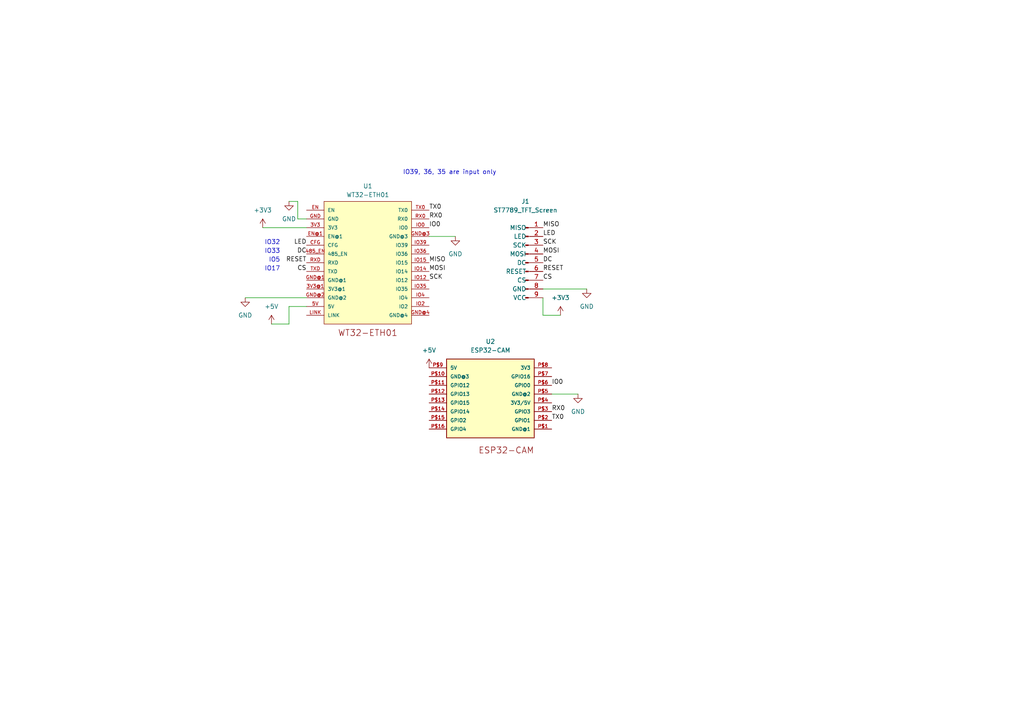
<source format=kicad_sch>
(kicad_sch (version 20230121) (generator eeschema)
  (paper "A4")
  (lib_symbols
    (symbol "ESP32-CAM:ESP32-CAM" (pin_names (offset 1.016))
      (property "Reference" "U" (at 0 7.62 0))
      (property "Value" "ESP32-CAM" (at 0 7.62 0))
      (symbol "ESP32-CAM_0_0"
        (rectangle (start 12.7 -5.08) (end -12.7 17.78) (stroke (width 0.254)) (fill (type background)))
        (text "ESP32-CAM" (at 12.7 -7.62 0) (effects (font (size 1.778 1.778)) (justify right top)))
        (pin bidirectional line (at 17.78 -2.54 180) (length 5.08) (name "GND@1") (number "P$1"))
        (pin bidirectional line (at -17.78 12.7 0) (length 5.08) (name "GND@3") (number "P$10"))
        (pin bidirectional line (at -17.78 10.16 0) (length 5.08) (name "GPIO12") (number "P$11"))
        (pin bidirectional line (at -17.78 7.62 0) (length 5.08) (name "GPIO13") (number "P$12"))
        (pin bidirectional line (at -17.78 5.08 0) (length 5.08) (name "GPIO15") (number "P$13"))
        (pin bidirectional line (at -17.78 2.54 0) (length 5.08) (name "GPIO14") (number "P$14"))
        (pin bidirectional line (at -17.78 0 0) (length 5.08) (name "GPIO2") (number "P$15"))
        (pin bidirectional line (at -17.78 -2.54 0) (length 5.08) (name "GPIO4") (number "P$16"))
        (pin bidirectional line (at 17.78 0 180) (length 5.08) (name "GPIO1") (number "P$2"))
        (pin bidirectional line (at 17.78 2.54 180) (length 5.08) (name "GPIO3") (number "P$3"))
        (pin bidirectional line (at 17.78 5.08 180) (length 5.08) (name "3V3/5V") (number "P$4"))
        (pin bidirectional line (at 17.78 7.62 180) (length 5.08) (name "GND@2") (number "P$5"))
        (pin bidirectional line (at 17.78 10.16 180) (length 5.08) (name "GPIO0") (number "P$6"))
        (pin bidirectional line (at 17.78 12.7 180) (length 5.08) (name "GPIO16") (number "P$7"))
        (pin bidirectional line (at 17.78 15.24 180) (length 5.08) (name "3V3") (number "P$8"))
        (pin bidirectional line (at -17.78 15.24 0) (length 5.08) (name "5V") (number "P$9"))
      )
    )
    (symbol "MiAM_ESP32:ST7789_TFT_Screen" (pin_names (offset 1.016))
      (property "Reference" "J" (at 0 12.7 0))
      (property "Value" "ST7789_TFT_Screen" (at 0 -12.7 0))
      (symbol "ST7789_TFT_Screen_1_1"
        (polyline (pts (xy 1.27 -10.16) (xy 0.8636 -10.16)) (stroke (width 0.1524)))
        (polyline (pts (xy 1.27 -7.62) (xy 0.8636 -7.62)) (stroke (width 0.1524)))
        (polyline (pts (xy 1.27 -5.08) (xy 0.8636 -5.08)) (stroke (width 0.1524)))
        (polyline (pts (xy 1.27 -2.54) (xy 0.8636 -2.54)) (stroke (width 0.1524)))
        (polyline (pts (xy 1.27 0) (xy 0.8636 0)) (stroke (width 0.1524)))
        (polyline (pts (xy 1.27 2.54) (xy 0.8636 2.54)) (stroke (width 0.1524)))
        (polyline (pts (xy 1.27 5.08) (xy 0.8636 5.08)) (stroke (width 0.1524)))
        (polyline (pts (xy 1.27 7.62) (xy 0.8636 7.62)) (stroke (width 0.1524)))
        (polyline (pts (xy 1.27 10.16) (xy 0.8636 10.16)) (stroke (width 0.1524)))
        (rectangle (start 0 10.287) (end 0.8636 10.033) (stroke (width 0.1524)) (fill (type outline)))
        (rectangle (start 0.8636 -10.033) (end 0 -10.287) (stroke (width 0.1524)) (fill (type outline)))
        (rectangle (start 0.8636 -7.493) (end 0 -7.747) (stroke (width 0.1524)) (fill (type outline)))
        (rectangle (start 0.8636 -4.953) (end 0 -5.207) (stroke (width 0.1524)) (fill (type outline)))
        (rectangle (start 0.8636 -2.413) (end 0 -2.667) (stroke (width 0.1524)) (fill (type outline)))
        (rectangle (start 0.8636 0.127) (end 0 -0.127) (stroke (width 0.1524)) (fill (type outline)))
        (rectangle (start 0.8636 2.667) (end 0 2.413) (stroke (width 0.1524)) (fill (type outline)))
        (rectangle (start 0.8636 5.207) (end 0 4.953) (stroke (width 0.1524)) (fill (type outline)))
        (rectangle (start 0.8636 7.747) (end 0 7.493) (stroke (width 0.1524)) (fill (type outline)))
        (pin passive line (at 5.08 10.16 180) (length 3.81) (name "MISO") (number "1"))
        (pin passive line (at 5.08 7.62 180) (length 3.81) (name "LED") (number "2"))
        (pin passive line (at 5.08 5.08 180) (length 3.81) (name "SCK") (number "3"))
        (pin passive line (at 5.08 2.54 180) (length 3.81) (name "MOSI") (number "4"))
        (pin passive line (at 5.08 0 180) (length 3.81) (name "DC") (number "5"))
        (pin passive line (at 5.08 -2.54 180) (length 3.81) (name "RESET") (number "6"))
        (pin passive line (at 5.08 -5.08 180) (length 3.81) (name "CS") (number "7"))
        (pin passive line (at 5.08 -7.62 180) (length 3.81) (name "GND") (number "8"))
        (pin passive line (at 5.08 -10.16 180) (length 3.81) (name "VCC") (number "9"))
      )
    )
    (symbol "WT32-ETH01:WT32-ETH01" (pin_names (offset 1.016))
      (property "Reference" "U" (at 0 0 0))
      (property "Value" "WT32-ETH01" (at 0 0 0))
      (symbol "WT32-ETH01_0_0"
        (rectangle (start -12.7 -17.78) (end 12.7 17.78) (stroke (width 0.1524)) (fill (type background)))
        (text "WT32-ETH01" (at 0 -20.32 0) (effects (font (size 1.778 1.778))))
        (pin bidirectional line (at -17.78 10.16 0) (length 5.08) (name "3V3") (number "3V3"))
        (pin bidirectional line (at -17.78 -7.62 0) (length 5.08) (name "3V3@1") (number "3V3@1"))
        (pin bidirectional line (at -17.78 2.54 0) (length 5.08) (name "485_EN") (number "485_EN"))
        (pin bidirectional line (at -17.78 -12.7 0) (length 5.08) (name "5V") (number "5V"))
        (pin bidirectional line (at -17.78 5.08 0) (length 5.08) (name "CFG") (number "CFG"))
        (pin bidirectional line (at -17.78 15.24 0) (length 5.08) (name "EN") (number "EN"))
        (pin bidirectional line (at -17.78 7.62 0) (length 5.08) (name "EN@1") (number "EN@1"))
        (pin bidirectional line (at -17.78 12.7 0) (length 5.08) (name "GND") (number "GND"))
        (pin bidirectional line (at -17.78 -5.08 0) (length 5.08) (name "GND@1") (number "GND@1"))
        (pin bidirectional line (at -17.78 -10.16 0) (length 5.08) (name "GND@2") (number "GND@2"))
        (pin bidirectional line (at 17.78 7.62 180) (length 5.08) (name "GND@3") (number "GND@3"))
        (pin bidirectional line (at 17.78 -15.24 180) (length 5.08) (name "GND@4") (number "GND@4"))
        (pin bidirectional line (at 17.78 10.16 180) (length 5.08) (name "IO0") (number "IO0"))
        (pin bidirectional line (at 17.78 -5.08 180) (length 5.08) (name "IO12") (number "IO12"))
        (pin bidirectional line (at 17.78 -2.54 180) (length 5.08) (name "IO14") (number "IO14"))
        (pin bidirectional line (at 17.78 0 180) (length 5.08) (name "IO15") (number "IO15"))
        (pin bidirectional line (at 17.78 -12.7 180) (length 5.08) (name "IO2") (number "IO2"))
        (pin bidirectional line (at 17.78 -7.62 180) (length 5.08) (name "IO35") (number "IO35"))
        (pin bidirectional line (at 17.78 2.54 180) (length 5.08) (name "IO36") (number "IO36"))
        (pin bidirectional line (at 17.78 5.08 180) (length 5.08) (name "IO39") (number "IO39"))
        (pin bidirectional line (at 17.78 -10.16 180) (length 5.08) (name "IO4") (number "IO4"))
        (pin bidirectional line (at -17.78 -15.24 0) (length 5.08) (name "LINK") (number "LINK"))
        (pin bidirectional line (at 17.78 12.7 180) (length 5.08) (name "RX0") (number "RX0"))
        (pin bidirectional line (at -17.78 0 0) (length 5.08) (name "RXD") (number "RXD"))
        (pin bidirectional line (at 17.78 15.24 180) (length 5.08) (name "TX0") (number "TX0"))
        (pin bidirectional line (at -17.78 -2.54 0) (length 5.08) (name "TXD") (number "TXD"))
      )
    )
    (symbol "power:+3V3" (power) (pin_names (offset 0))
      (property "Value" "+3V3" (at 0 3.556 0))
      (symbol "+3V3_0_1"
        (polyline (pts (xy -0.762 1.27) (xy 0 2.54)))
        (polyline (pts (xy 0 0) (xy 0 2.54)))
        (polyline (pts (xy 0 2.54) (xy 0.762 1.27)))
      )
      (symbol "+3V3_1_1"
        (pin power_in line (at 0 0 90) (length 0) hide (name "+3V3") (number "1"))
      )
    )
    (symbol "power:+5V" (power) (pin_names (offset 0))
      (property "Value" "+5V" (at 0 3.556 0))
      (symbol "+5V_0_1"
        (polyline (pts (xy -0.762 1.27) (xy 0 2.54)))
        (polyline (pts (xy 0 0) (xy 0 2.54)))
        (polyline (pts (xy 0 2.54) (xy 0.762 1.27)))
      )
      (symbol "+5V_1_1"
        (pin power_in line (at 0 0 90) (length 0) hide (name "+5V") (number "1"))
      )
    )
    (symbol "power:GND" (power) (pin_names (offset 0))
      (property "Value" "GND" (at 0 -3.81 0))
      (symbol "GND_0_1"
        (polyline (pts (xy 0 0) (xy 0 -1.27) (xy 1.27 -1.27) (xy 0 -2.54) (xy -1.27 -1.27) (xy 0 -1.27)))
      )
      (symbol "GND_1_1"
        (pin power_in line (at 0 0 270) (length 0) hide (name "GND") (number "1"))
      )
    )
  )
  (wire (pts (xy 88.9 88.9) (xy 83.82 88.9)))
  (wire (pts (xy 88.9 63.5) (xy 86.36 63.5)))
  (wire (pts (xy 71.12 86.36) (xy 88.9 86.36)))
  (wire (pts (xy 157.48 91.44) (xy 162.56 91.44)))
  (wire (pts (xy 83.82 88.9) (xy 83.82 93.98)))
  (wire (pts (xy 76.2 66.04) (xy 88.9 66.04)))
  (wire (pts (xy 86.36 63.5) (xy 86.36 58.42)))
  (wire (pts (xy 157.48 83.82) (xy 170.18 83.82)))
  (wire (pts (xy 83.82 93.98) (xy 78.74 93.98)))
  (wire (pts (xy 86.36 58.42) (xy 83.82 58.42)))
  (wire (pts (xy 160.02 114.3) (xy 167.64 114.3)))
  (wire (pts (xy 124.46 68.58) (xy 132.08 68.58)))
  (wire (pts (xy 157.48 86.36) (xy 157.48 91.44)))
  (text "IO33" (at 81.28 73.66 0) (effects (font (size 1.27 1.27)) (justify right bottom)))
  (text "IO39, 36, 35 are input only" (at 116.84 50.8 0) (effects (font (size 1.27 1.27)) (justify left bottom)))
  (text "IO32" (at 81.28 71.12 0) (effects (font (size 1.27 1.27)) (justify right bottom)))
  (text "IO5" (at 81.28 76.2 0) (effects (font (size 1.27 1.27)) (justify right bottom)))
  (text "IO17" (at 81.28 78.74 0) (effects (font (size 1.27 1.27)) (justify right bottom)))
  (label "SCK" (at 157.48 71.12 0))
  (label "MOSI" (at 157.48 73.66 0))
  (label "MOSI" (at 124.46 78.74 0))
  (label "SCK" (at 124.46 81.28 0))
  (label "RESET" (at 88.9 76.2 180))
  (label "IO0" (at 124.46 66.04 0))
  (label "RESET" (at 157.48 78.74 0))
  (label "CS" (at 157.48 81.28 0))
  (label "TX0" (at 124.46 60.96 0))
  (label "CS" (at 88.9 78.74 180))
  (label "IO0" (at 160.02 111.76 0))
  (label "LED" (at 88.9 71.12 180))
  (label "RX0" (at 160.02 119.38 0))
  (label "DC" (at 88.9 73.66 180))
  (label "DC" (at 157.48 76.2 0))
  (label "MISO" (at 124.46 76.2 0))
  (label "TX0" (at 160.02 121.92 0))
  (label "LED" (at 157.48 68.58 0))
  (label "RX0" (at 124.46 63.5 0))
  (label "MISO" (at 157.48 66.04 0))
  (symbol (lib_id "MiAM_ESP32:ST7789_TFT_Screen") (at 152.4 76.2 0) (unit 1)
    (property "Reference" "J1" (at 152.4 58.42 0))
    (property "Value" "ST7789_TFT_Screen" (at 152.4 60.96 0))
  )
  (symbol (lib_id "ESP32-CAM:ESP32-CAM") (at 142.24 121.92 0) (unit 1)
    (property "Reference" "U2" (at 142.24 99.06 0))
    (property "Value" "ESP32-CAM" (at 142.24 101.6 0))
    (property "Footprint" "ESP32-CAM:ESP32-CAM" (effects hide))
    (property "MF" "AI-Thinker" (effects hide))
    (property "Description" "\nESP32 ESP32 Transceiver; 802.11 a/b/g/n (Wi-Fi, WiFi, WLAN), Bluetooth® Smart 4.x Low Energy (BLE) Evaluation Board\n" (effects hide))
    (property "Package" "None" (effects hide))
    (property "Price" "None" (effects hide))
    (property "SnapEDA_Link" "https://www.snapeda.com/parts/ESP32-CAM/AI-Thinker/view-part/?ref=snap" (effects hide))
    (property "MP" "ESP32-CAM" (effects hide))
    (property "Availability" "Not in stock" (effects hide))
    (property "Check_prices" "https://www.snapeda.com/parts/ESP32-CAM/AI-Thinker/view-part/?ref=eda" (effects hide))
  )
  (symbol (lib_id "power:GND") (at 83.82 58.42 0) (unit 1)
    (property "Reference" "#PWR07" (effects hide))
    (property "Value" "GND" (at 83.82 63.5 0))
  )
  (symbol (lib_id "power:+3V3") (at 162.56 91.44 0) (unit 1)
    (property "Reference" "#PWR01" (effects hide))
    (property "Value" "+3V3" (at 162.56 86.36 0))
  )
  (symbol (lib_id "power:+5V") (at 124.46 106.68 0) (unit 1)
    (property "Reference" "#PWR05" (effects hide))
    (property "Value" "+5V" (at 124.46 101.6 0))
  )
  (symbol (lib_id "power:+3V3") (at 76.2 66.04 0) (unit 1)
    (property "Reference" "#PWR04" (effects hide))
    (property "Value" "+3V3" (at 76.2 60.96 0))
  )
  (symbol (lib_id "power:GND") (at 167.64 114.3 0) (unit 1)
    (property "Reference" "#PWR08" (effects hide))
    (property "Value" "GND" (at 167.64 119.38 0))
  )
  (symbol (lib_id "power:+5V") (at 78.74 93.98 0) (unit 1)
    (property "Reference" "#PWR06" (effects hide))
    (property "Value" "+5V" (at 78.74 88.9 0))
  )
  (symbol (lib_id "WT32-ETH01:WT32-ETH01") (at 106.68 76.2 0) (unit 1)
    (property "Reference" "U1" (at 106.68 53.975 0))
    (property "Value" "WT32-ETH01" (at 106.68 56.515 0))
    (property "Footprint" "WT32-ETH01:WT32-ETH01" (effects hide))
    (property "MF" "wireless-tag" (effects hide))
    (property "Description" "\nEmbedded serial port to Ethernet module\n" (effects hide))
    (property "Package" "None" (effects hide))
    (property "Price" "None" (effects hide))
    (property "SnapEDA_Link" "https://www.snapeda.com/parts/WT32-ETH01/Wireless-Tag/view-part/?ref=snap" (effects hide))
    (property "MP" "WT32-ETH01" (effects hide))
    (property "Availability" "Not in stock" (effects hide))
    (property "Check_prices" "https://www.snapeda.com/parts/WT32-ETH01/Wireless-Tag/view-part/?ref=eda" (effects hide))
  )
  (symbol (lib_id "power:GND") (at 71.12 86.36 0) (unit 1)
    (property "Reference" "#PWR03" (effects hide))
    (property "Value" "GND" (at 71.12 91.44 0))
  )
  (symbol (lib_id "power:GND") (at 170.18 83.82 0) (unit 1)
    (property "Reference" "#PWR02" (effects hide))
    (property "Value" "GND" (at 170.18 88.9 0))
  )
  (symbol (lib_id "power:GND") (at 132.08 68.58 0) (unit 1)
    (property "Reference" "#PWR09" (effects hide))
    (property "Value" "GND" (at 132.08 73.66 0))
  )
)
</source>
